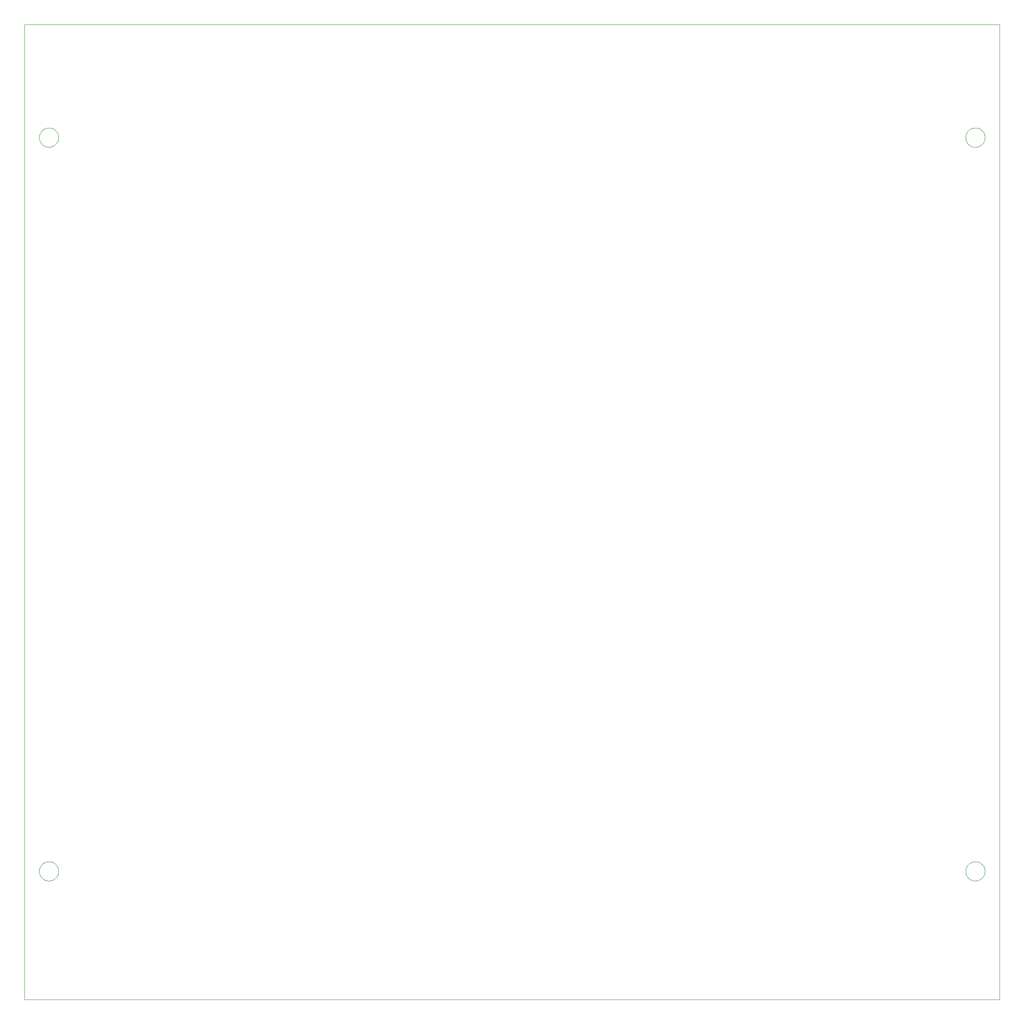
<source format=gm1>
G04 Output by ViewMate Deluxe V11.0.9  PentaLogix LLC*
G04 Fri Nov 28 06:42:21 2014*
%FSLAX33Y33*%
%MOMM*%
%IPPOS*%
%ADD114C,0.0*%

%LPD*%
X0Y0D2*D114*G1X202971Y254D2*X406Y254D1*X195892Y26924D2*X195898Y26782D1*X195913Y26642*X195938Y26505*X195971Y26368*X196017Y26233*X196070Y26104*X196131Y25977*X196202Y25855*X196284Y25738*X196370Y25626*X196466Y25522*X196568Y25425*X196677Y25336*X196792Y25255*X196914Y25182*X197038Y25116*X197168Y25060*X197300Y25014*X197437Y24978*X197576Y24950*X197716Y24933*X197856Y24925*X197998Y24928*X198138Y24940*X198277Y24963*X198415Y24994*X198549Y25037*X198681Y25088*X198808Y25149*X198930Y25217*X199050Y25293*X199161Y25380*X199268Y25474*X199365Y25575*X199459Y25682*X199542Y25796*X199616Y25913*X199685Y26038*X199741Y26167*X199791Y26299*X199829Y26436*X199860Y26573*X199880Y26713*X199890Y26853*X199890Y26995*X199880Y27135*X199860Y27275*X199829Y27412*X199791Y27549*X199741Y27681*X199685Y27810*X199616Y27935*X199542Y28052*X199459Y28166*X199365Y28273*X199268Y28374*X199161Y28468*X199050Y28555*X198930Y28631*X198808Y28699*X198681Y28760*X198549Y28811*X198415Y28854*X198277Y28885*X198138Y28908*X197998Y28920*X197856Y28923*X197716Y28915*X197576Y28898*X197437Y28870*X197300Y28834*X197168Y28788*X197038Y28732*X196914Y28666*X196792Y28593*X196677Y28512*X196568Y28423*X196466Y28326*X196370Y28222*X196284Y28110*X196202Y27993*X196131Y27871*X196070Y27744*X196017Y27615*X195971Y27480*X195938Y27343*X195913Y27206*X195898Y27066*X195892Y26924*X195892Y179324D2*X195898Y179182D1*X195913Y179042*X195938Y178905*X195971Y178768*X196017Y178633*X196070Y178504*X196131Y178377*X196202Y178255*X196284Y178138*X196370Y178026*X196466Y177922*X196568Y177825*X196677Y177736*X196792Y177655*X196914Y177582*X197038Y177516*X197168Y177460*X197300Y177414*X197437Y177378*X197576Y177350*X197716Y177333*X197856Y177325*X197998Y177328*X198138Y177340*X198277Y177363*X198415Y177394*X198549Y177437*X198681Y177488*X198808Y177549*X198930Y177617*X199050Y177693*X199161Y177780*X199268Y177874*X199365Y177975*X199459Y178082*X199542Y178196*X199616Y178313*X199685Y178438*X199741Y178567*X199791Y178699*X199829Y178836*X199860Y178973*X199880Y179113*X199890Y179253*X199890Y179395*X199880Y179535*X199860Y179675*X199829Y179812*X199791Y179949*X199741Y180081*X199685Y180210*X199616Y180335*X199542Y180452*X199459Y180566*X199365Y180673*X199268Y180774*X199161Y180868*X199050Y180955*X198930Y181031*X198808Y181099*X198681Y181160*X198549Y181211*X198415Y181254*X198277Y181285*X198138Y181308*X197998Y181320*X197856Y181323*X197716Y181315*X197576Y181298*X197437Y181270*X197300Y181234*X197168Y181188*X197038Y181132*X196914Y181066*X196792Y180993*X196677Y180912*X196568Y180823*X196466Y180726*X196370Y180622*X196284Y180510*X196202Y180393*X196131Y180271*X196070Y180144*X196017Y180015*X195971Y179880*X195938Y179743*X195913Y179606*X195898Y179466*X195892Y179324*X3487Y179324D2*X3492Y179182D1*X3508Y179042*X3533Y178905*X3566Y178768*X3612Y178633*X3665Y178504*X3726Y178377*X3797Y178255*X3879Y178138*X3965Y178026*X4061Y177922*X4163Y177825*X4272Y177736*X4387Y177655*X4508Y177582*X4633Y177516*X4762Y177460*X4895Y177414*X5032Y177378*X5171Y177350*X5311Y177333*X5451Y177325*X5593Y177328*X5733Y177340*X5872Y177363*X6010Y177394*X6144Y177437*X6276Y177488*X6403Y177549*X6525Y177617*X6645Y177693*X6756Y177780*X6863Y177874*X6960Y177975*X7054Y178082*X7137Y178196*X7211Y178313*X7280Y178438*X7336Y178567*X7386Y178699*X7424Y178836*X7455Y178973*X7475Y179113*X7485Y179253*X7485Y179395*X7475Y179535*X7455Y179675*X7424Y179812*X7386Y179949*X7336Y180081*X7280Y180210*X7211Y180335*X7137Y180452*X7054Y180566*X6960Y180673*X6863Y180774*X6756Y180868*X6645Y180955*X6525Y181031*X6403Y181099*X6276Y181160*X6144Y181211*X6010Y181254*X5872Y181285*X5733Y181308*X5593Y181320*X5451Y181323*X5311Y181315*X5171Y181298*X5032Y181270*X4895Y181234*X4762Y181188*X4633Y181132*X4508Y181066*X4387Y180993*X4272Y180912*X4163Y180823*X4061Y180726*X3965Y180622*X3879Y180510*X3797Y180393*X3726Y180271*X3665Y180144*X3612Y180015*X3566Y179880*X3533Y179743*X3508Y179606*X3492Y179466*X3487Y179324*X3487Y26924D2*X3492Y26782D1*X3508Y26642*X3533Y26505*X3566Y26368*X3612Y26233*X3665Y26104*X3726Y25977*X3797Y25855*X3879Y25738*X3965Y25626*X4061Y25522*X4163Y25425*X4272Y25336*X4387Y25255*X4508Y25182*X4633Y25116*X4762Y25060*X4895Y25014*X5032Y24978*X5171Y24950*X5311Y24933*X5451Y24925*X5593Y24928*X5733Y24940*X5872Y24963*X6010Y24994*X6144Y25037*X6276Y25088*X6403Y25149*X6525Y25217*X6645Y25293*X6756Y25380*X6863Y25474*X6960Y25575*X7054Y25682*X7137Y25796*X7211Y25913*X7280Y26038*X7336Y26167*X7386Y26299*X7424Y26436*X7455Y26573*X7475Y26713*X7485Y26853*X7485Y26995*X7475Y27135*X7455Y27275*X7424Y27412*X7386Y27549*X7336Y27681*X7280Y27810*X7211Y27935*X7137Y28052*X7054Y28166*X6960Y28273*X6863Y28374*X6756Y28468*X6645Y28555*X6525Y28631*X6403Y28699*X6276Y28760*X6144Y28811*X6010Y28854*X5872Y28885*X5733Y28908*X5593Y28920*X5451Y28923*X5311Y28915*X5171Y28898*X5032Y28870*X4895Y28834*X4762Y28788*X4633Y28732*X4508Y28666*X4387Y28593*X4272Y28512*X4163Y28423*X4061Y28326*X3965Y28222*X3879Y28110*X3797Y27993*X3726Y27871*X3665Y27744*X3612Y27615*X3566Y27480*X3533Y27343*X3508Y27206*X3492Y27066*X3487Y26924*X202971Y254D2*X202971Y202819D1*X406Y202819*X406Y254*X0Y0D2*M02*
</source>
